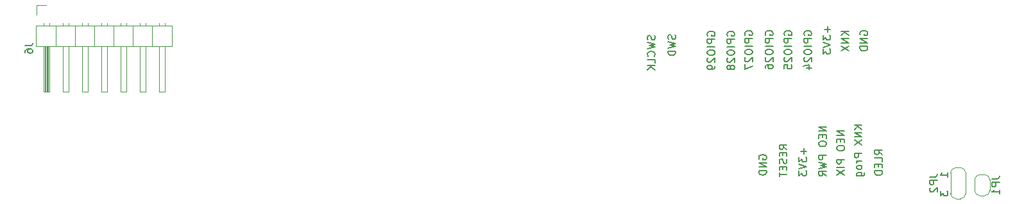
<source format=gbr>
%TF.GenerationSoftware,KiCad,Pcbnew,(6.0.8-1)-1*%
%TF.CreationDate,2022-11-21T09:11:56+01:00*%
%TF.ProjectId,KNXCurrent,4b4e5843-7572-4726-956e-742e6b696361,rev?*%
%TF.SameCoordinates,Original*%
%TF.FileFunction,Legend,Bot*%
%TF.FilePolarity,Positive*%
%FSLAX46Y46*%
G04 Gerber Fmt 4.6, Leading zero omitted, Abs format (unit mm)*
G04 Created by KiCad (PCBNEW (6.0.8-1)-1) date 2022-11-21 09:11:56*
%MOMM*%
%LPD*%
G01*
G04 APERTURE LIST*
G04 Aperture macros list*
%AMFreePoly0*
4,1,20,0.000000,0.744959,0.073905,0.744508,0.209726,0.703889,0.328688,0.626782,0.421226,0.519385,0.479903,0.390333,0.500000,0.250000,0.500000,-0.250000,0.499851,-0.262216,0.476331,-0.402017,0.414519,-0.529596,0.319384,-0.634700,0.198574,-0.708877,0.061801,-0.746166,0.000000,-0.745033,0.000000,-0.750000,-0.550000,-0.750000,-0.550000,0.750000,0.000000,0.750000,0.000000,0.744959,
0.000000,0.744959,$1*%
%AMFreePoly1*
4,1,22,0.550000,-0.750000,0.000000,-0.750000,0.000000,-0.745033,-0.079941,-0.743568,-0.215256,-0.701293,-0.333266,-0.622738,-0.424486,-0.514219,-0.481581,-0.384460,-0.499164,-0.250000,-0.500000,-0.250000,-0.500000,0.250000,-0.499164,0.250000,-0.499963,0.256109,-0.478152,0.396186,-0.417904,0.524511,-0.324060,0.630769,-0.204165,0.706417,-0.067858,0.745374,0.000000,0.744959,0.000000,0.750000,
0.550000,0.750000,0.550000,-0.750000,0.550000,-0.750000,$1*%
%AMFreePoly2*
4,1,20,0.000000,0.744959,0.073905,0.744508,0.209726,0.703889,0.328688,0.626782,0.421226,0.519385,0.479903,0.390333,0.500000,0.250000,0.500000,-0.250000,0.499851,-0.262216,0.476331,-0.402017,0.414519,-0.529596,0.319384,-0.634700,0.198574,-0.708877,0.061801,-0.746166,0.000000,-0.745033,0.000000,-0.750000,-0.500000,-0.750000,-0.500000,0.750000,0.000000,0.750000,0.000000,0.744959,
0.000000,0.744959,$1*%
%AMFreePoly3*
4,1,22,0.500000,-0.750000,0.000000,-0.750000,0.000000,-0.745033,-0.079941,-0.743568,-0.215256,-0.701293,-0.333266,-0.622738,-0.424486,-0.514219,-0.481581,-0.384460,-0.499164,-0.250000,-0.500000,-0.250000,-0.500000,0.250000,-0.499164,0.250000,-0.499963,0.256109,-0.478152,0.396186,-0.417904,0.524511,-0.324060,0.630769,-0.204165,0.706417,-0.067858,0.745374,0.000000,0.744959,0.000000,0.750000,
0.500000,0.750000,0.500000,-0.750000,0.500000,-0.750000,$1*%
G04 Aperture macros list end*
%ADD10C,0.150000*%
%ADD11C,0.120000*%
%ADD12O,1.700000X1.700000*%
%ADD13R,1.700000X1.700000*%
%ADD14C,2.500000*%
%ADD15O,3.960000X1.980000*%
%ADD16R,3.960000X1.980000*%
%ADD17C,1.450000*%
%ADD18O,1.200000X1.900000*%
%ADD19FreePoly0,270.000000*%
%ADD20R,1.500000X1.000000*%
%ADD21FreePoly1,270.000000*%
%ADD22FreePoly2,90.000000*%
%ADD23FreePoly3,90.000000*%
G04 APERTURE END LIST*
D10*
X183200000Y-112838095D02*
X183152380Y-112742857D01*
X183152380Y-112600000D01*
X183200000Y-112457142D01*
X183295238Y-112361904D01*
X183390476Y-112314285D01*
X183580952Y-112266666D01*
X183723809Y-112266666D01*
X183914285Y-112314285D01*
X184009523Y-112361904D01*
X184104761Y-112457142D01*
X184152380Y-112600000D01*
X184152380Y-112695238D01*
X184104761Y-112838095D01*
X184057142Y-112885714D01*
X183723809Y-112885714D01*
X183723809Y-112695238D01*
X184152380Y-113314285D02*
X183152380Y-113314285D01*
X184152380Y-113885714D01*
X183152380Y-113885714D01*
X184152380Y-114361904D02*
X183152380Y-114361904D01*
X183152380Y-114600000D01*
X183200000Y-114742857D01*
X183295238Y-114838095D01*
X183390476Y-114885714D01*
X183580952Y-114933333D01*
X183723809Y-114933333D01*
X183914285Y-114885714D01*
X184009523Y-114838095D01*
X184104761Y-114742857D01*
X184152380Y-114600000D01*
X184152380Y-114361904D01*
X186852380Y-111547619D02*
X186376190Y-111214285D01*
X186852380Y-110976190D02*
X185852380Y-110976190D01*
X185852380Y-111357142D01*
X185900000Y-111452380D01*
X185947619Y-111500000D01*
X186042857Y-111547619D01*
X186185714Y-111547619D01*
X186280952Y-111500000D01*
X186328571Y-111452380D01*
X186376190Y-111357142D01*
X186376190Y-110976190D01*
X186328571Y-111976190D02*
X186328571Y-112309523D01*
X186852380Y-112452380D02*
X186852380Y-111976190D01*
X185852380Y-111976190D01*
X185852380Y-112452380D01*
X186804761Y-112833333D02*
X186852380Y-112976190D01*
X186852380Y-113214285D01*
X186804761Y-113309523D01*
X186757142Y-113357142D01*
X186661904Y-113404761D01*
X186566666Y-113404761D01*
X186471428Y-113357142D01*
X186423809Y-113309523D01*
X186376190Y-113214285D01*
X186328571Y-113023809D01*
X186280952Y-112928571D01*
X186233333Y-112880952D01*
X186138095Y-112833333D01*
X186042857Y-112833333D01*
X185947619Y-112880952D01*
X185900000Y-112928571D01*
X185852380Y-113023809D01*
X185852380Y-113261904D01*
X185900000Y-113404761D01*
X186328571Y-113833333D02*
X186328571Y-114166666D01*
X186852380Y-114309523D02*
X186852380Y-113833333D01*
X185852380Y-113833333D01*
X185852380Y-114309523D01*
X185852380Y-114595238D02*
X185852380Y-115166666D01*
X186852380Y-114880952D02*
X185852380Y-114880952D01*
X189071428Y-111438095D02*
X189071428Y-112200000D01*
X189452380Y-111819047D02*
X188690476Y-111819047D01*
X188452380Y-112580952D02*
X188452380Y-113200000D01*
X188833333Y-112866666D01*
X188833333Y-113009523D01*
X188880952Y-113104761D01*
X188928571Y-113152380D01*
X189023809Y-113200000D01*
X189261904Y-113200000D01*
X189357142Y-113152380D01*
X189404761Y-113104761D01*
X189452380Y-113009523D01*
X189452380Y-112723809D01*
X189404761Y-112628571D01*
X189357142Y-112580952D01*
X188452380Y-113485714D02*
X189452380Y-113819047D01*
X188452380Y-114152380D01*
X188452380Y-114390476D02*
X188452380Y-115009523D01*
X188833333Y-114676190D01*
X188833333Y-114819047D01*
X188880952Y-114914285D01*
X188928571Y-114961904D01*
X189023809Y-115009523D01*
X189261904Y-115009523D01*
X189357142Y-114961904D01*
X189404761Y-114914285D01*
X189452380Y-114819047D01*
X189452380Y-114533333D01*
X189404761Y-114438095D01*
X189357142Y-114390476D01*
X192052380Y-108585714D02*
X191052380Y-108585714D01*
X192052380Y-109157142D01*
X191052380Y-109157142D01*
X191528571Y-109633333D02*
X191528571Y-109966666D01*
X192052380Y-110109523D02*
X192052380Y-109633333D01*
X191052380Y-109633333D01*
X191052380Y-110109523D01*
X191052380Y-110728571D02*
X191052380Y-110919047D01*
X191100000Y-111014285D01*
X191195238Y-111109523D01*
X191385714Y-111157142D01*
X191719047Y-111157142D01*
X191909523Y-111109523D01*
X192004761Y-111014285D01*
X192052380Y-110919047D01*
X192052380Y-110728571D01*
X192004761Y-110633333D01*
X191909523Y-110538095D01*
X191719047Y-110490476D01*
X191385714Y-110490476D01*
X191195238Y-110538095D01*
X191100000Y-110633333D01*
X191052380Y-110728571D01*
X192052380Y-112347619D02*
X191052380Y-112347619D01*
X191052380Y-112728571D01*
X191100000Y-112823809D01*
X191147619Y-112871428D01*
X191242857Y-112919047D01*
X191385714Y-112919047D01*
X191480952Y-112871428D01*
X191528571Y-112823809D01*
X191576190Y-112728571D01*
X191576190Y-112347619D01*
X191052380Y-113252380D02*
X192052380Y-113490476D01*
X191338095Y-113680952D01*
X192052380Y-113871428D01*
X191052380Y-114109523D01*
X192052380Y-115061904D02*
X191576190Y-114728571D01*
X192052380Y-114490476D02*
X191052380Y-114490476D01*
X191052380Y-114871428D01*
X191100000Y-114966666D01*
X191147619Y-115014285D01*
X191242857Y-115061904D01*
X191385714Y-115061904D01*
X191480952Y-115014285D01*
X191528571Y-114966666D01*
X191576190Y-114871428D01*
X191576190Y-114490476D01*
X194452380Y-109142857D02*
X193452380Y-109142857D01*
X194452380Y-109714285D01*
X193452380Y-109714285D01*
X193928571Y-110190476D02*
X193928571Y-110523809D01*
X194452380Y-110666666D02*
X194452380Y-110190476D01*
X193452380Y-110190476D01*
X193452380Y-110666666D01*
X193452380Y-111285714D02*
X193452380Y-111476190D01*
X193500000Y-111571428D01*
X193595238Y-111666666D01*
X193785714Y-111714285D01*
X194119047Y-111714285D01*
X194309523Y-111666666D01*
X194404761Y-111571428D01*
X194452380Y-111476190D01*
X194452380Y-111285714D01*
X194404761Y-111190476D01*
X194309523Y-111095238D01*
X194119047Y-111047619D01*
X193785714Y-111047619D01*
X193595238Y-111095238D01*
X193500000Y-111190476D01*
X193452380Y-111285714D01*
X194452380Y-112904761D02*
X193452380Y-112904761D01*
X193452380Y-113285714D01*
X193500000Y-113380952D01*
X193547619Y-113428571D01*
X193642857Y-113476190D01*
X193785714Y-113476190D01*
X193880952Y-113428571D01*
X193928571Y-113380952D01*
X193976190Y-113285714D01*
X193976190Y-112904761D01*
X194452380Y-113904761D02*
X193452380Y-113904761D01*
X193452380Y-114285714D02*
X194452380Y-114952380D01*
X193452380Y-114952380D02*
X194452380Y-114285714D01*
X196752380Y-108342857D02*
X195752380Y-108342857D01*
X196752380Y-108914285D02*
X196180952Y-108485714D01*
X195752380Y-108914285D02*
X196323809Y-108342857D01*
X196752380Y-109342857D02*
X195752380Y-109342857D01*
X196752380Y-109914285D01*
X195752380Y-109914285D01*
X195752380Y-110295238D02*
X196752380Y-110961904D01*
X195752380Y-110961904D02*
X196752380Y-110295238D01*
X196752380Y-112104761D02*
X195752380Y-112104761D01*
X195752380Y-112485714D01*
X195800000Y-112580952D01*
X195847619Y-112628571D01*
X195942857Y-112676190D01*
X196085714Y-112676190D01*
X196180952Y-112628571D01*
X196228571Y-112580952D01*
X196276190Y-112485714D01*
X196276190Y-112104761D01*
X196752380Y-113104761D02*
X196085714Y-113104761D01*
X196276190Y-113104761D02*
X196180952Y-113152380D01*
X196133333Y-113200000D01*
X196085714Y-113295238D01*
X196085714Y-113390476D01*
X196752380Y-113866666D02*
X196704761Y-113771428D01*
X196657142Y-113723809D01*
X196561904Y-113676190D01*
X196276190Y-113676190D01*
X196180952Y-113723809D01*
X196133333Y-113771428D01*
X196085714Y-113866666D01*
X196085714Y-114009523D01*
X196133333Y-114104761D01*
X196180952Y-114152380D01*
X196276190Y-114200000D01*
X196561904Y-114200000D01*
X196657142Y-114152380D01*
X196704761Y-114104761D01*
X196752380Y-114009523D01*
X196752380Y-113866666D01*
X196085714Y-115057142D02*
X196895238Y-115057142D01*
X196990476Y-115009523D01*
X197038095Y-114961904D01*
X197085714Y-114866666D01*
X197085714Y-114723809D01*
X197038095Y-114628571D01*
X196704761Y-115057142D02*
X196752380Y-114961904D01*
X196752380Y-114771428D01*
X196704761Y-114676190D01*
X196657142Y-114628571D01*
X196561904Y-114580952D01*
X196276190Y-114580952D01*
X196180952Y-114628571D01*
X196133333Y-114676190D01*
X196085714Y-114771428D01*
X196085714Y-114961904D01*
X196133333Y-115057142D01*
X199452380Y-112252380D02*
X198976190Y-111919047D01*
X199452380Y-111680952D02*
X198452380Y-111680952D01*
X198452380Y-112061904D01*
X198500000Y-112157142D01*
X198547619Y-112204761D01*
X198642857Y-112252380D01*
X198785714Y-112252380D01*
X198880952Y-112204761D01*
X198928571Y-112157142D01*
X198976190Y-112061904D01*
X198976190Y-111680952D01*
X199452380Y-113157142D02*
X199452380Y-112680952D01*
X198452380Y-112680952D01*
X198928571Y-113490476D02*
X198928571Y-113823809D01*
X199452380Y-113966666D02*
X199452380Y-113490476D01*
X198452380Y-113490476D01*
X198452380Y-113966666D01*
X199452380Y-114395238D02*
X198452380Y-114395238D01*
X198452380Y-114633333D01*
X198500000Y-114776190D01*
X198595238Y-114871428D01*
X198690476Y-114919047D01*
X198880952Y-114966666D01*
X199023809Y-114966666D01*
X199214285Y-114919047D01*
X199309523Y-114871428D01*
X199404761Y-114776190D01*
X199452380Y-114633333D01*
X199452380Y-114395238D01*
X169404761Y-96538095D02*
X169452380Y-96680952D01*
X169452380Y-96919047D01*
X169404761Y-97014285D01*
X169357142Y-97061904D01*
X169261904Y-97109523D01*
X169166666Y-97109523D01*
X169071428Y-97061904D01*
X169023809Y-97014285D01*
X168976190Y-96919047D01*
X168928571Y-96728571D01*
X168880952Y-96633333D01*
X168833333Y-96585714D01*
X168738095Y-96538095D01*
X168642857Y-96538095D01*
X168547619Y-96585714D01*
X168500000Y-96633333D01*
X168452380Y-96728571D01*
X168452380Y-96966666D01*
X168500000Y-97109523D01*
X168452380Y-97442857D02*
X169452380Y-97680952D01*
X168738095Y-97871428D01*
X169452380Y-98061904D01*
X168452380Y-98300000D01*
X169357142Y-99252380D02*
X169404761Y-99204761D01*
X169452380Y-99061904D01*
X169452380Y-98966666D01*
X169404761Y-98823809D01*
X169309523Y-98728571D01*
X169214285Y-98680952D01*
X169023809Y-98633333D01*
X168880952Y-98633333D01*
X168690476Y-98680952D01*
X168595238Y-98728571D01*
X168500000Y-98823809D01*
X168452380Y-98966666D01*
X168452380Y-99061904D01*
X168500000Y-99204761D01*
X168547619Y-99252380D01*
X169452380Y-100157142D02*
X169452380Y-99680952D01*
X168452380Y-99680952D01*
X169452380Y-100490476D02*
X168452380Y-100490476D01*
X169452380Y-101061904D02*
X168880952Y-100633333D01*
X168452380Y-101061904D02*
X169023809Y-100490476D01*
X172104761Y-96442857D02*
X172152380Y-96585714D01*
X172152380Y-96823809D01*
X172104761Y-96919047D01*
X172057142Y-96966666D01*
X171961904Y-97014285D01*
X171866666Y-97014285D01*
X171771428Y-96966666D01*
X171723809Y-96919047D01*
X171676190Y-96823809D01*
X171628571Y-96633333D01*
X171580952Y-96538095D01*
X171533333Y-96490476D01*
X171438095Y-96442857D01*
X171342857Y-96442857D01*
X171247619Y-96490476D01*
X171200000Y-96538095D01*
X171152380Y-96633333D01*
X171152380Y-96871428D01*
X171200000Y-97014285D01*
X171152380Y-97347619D02*
X172152380Y-97585714D01*
X171438095Y-97776190D01*
X172152380Y-97966666D01*
X171152380Y-98204761D01*
X172152380Y-98585714D02*
X171152380Y-98585714D01*
X171152380Y-98823809D01*
X171200000Y-98966666D01*
X171295238Y-99061904D01*
X171390476Y-99109523D01*
X171580952Y-99157142D01*
X171723809Y-99157142D01*
X171914285Y-99109523D01*
X172009523Y-99061904D01*
X172104761Y-98966666D01*
X172152380Y-98823809D01*
X172152380Y-98585714D01*
X176400000Y-96547619D02*
X176352380Y-96452380D01*
X176352380Y-96309523D01*
X176400000Y-96166666D01*
X176495238Y-96071428D01*
X176590476Y-96023809D01*
X176780952Y-95976190D01*
X176923809Y-95976190D01*
X177114285Y-96023809D01*
X177209523Y-96071428D01*
X177304761Y-96166666D01*
X177352380Y-96309523D01*
X177352380Y-96404761D01*
X177304761Y-96547619D01*
X177257142Y-96595238D01*
X176923809Y-96595238D01*
X176923809Y-96404761D01*
X177352380Y-97023809D02*
X176352380Y-97023809D01*
X176352380Y-97404761D01*
X176400000Y-97500000D01*
X176447619Y-97547619D01*
X176542857Y-97595238D01*
X176685714Y-97595238D01*
X176780952Y-97547619D01*
X176828571Y-97500000D01*
X176876190Y-97404761D01*
X176876190Y-97023809D01*
X177352380Y-98023809D02*
X176352380Y-98023809D01*
X176352380Y-98690476D02*
X176352380Y-98880952D01*
X176400000Y-98976190D01*
X176495238Y-99071428D01*
X176685714Y-99119047D01*
X177019047Y-99119047D01*
X177209523Y-99071428D01*
X177304761Y-98976190D01*
X177352380Y-98880952D01*
X177352380Y-98690476D01*
X177304761Y-98595238D01*
X177209523Y-98500000D01*
X177019047Y-98452380D01*
X176685714Y-98452380D01*
X176495238Y-98500000D01*
X176400000Y-98595238D01*
X176352380Y-98690476D01*
X176447619Y-99500000D02*
X176400000Y-99547619D01*
X176352380Y-99642857D01*
X176352380Y-99880952D01*
X176400000Y-99976190D01*
X176447619Y-100023809D01*
X176542857Y-100071428D01*
X176638095Y-100071428D01*
X176780952Y-100023809D01*
X177352380Y-99452380D01*
X177352380Y-100071428D01*
X177352380Y-100547619D02*
X177352380Y-100738095D01*
X177304761Y-100833333D01*
X177257142Y-100880952D01*
X177114285Y-100976190D01*
X176923809Y-101023809D01*
X176542857Y-101023809D01*
X176447619Y-100976190D01*
X176400000Y-100928571D01*
X176352380Y-100833333D01*
X176352380Y-100642857D01*
X176400000Y-100547619D01*
X176447619Y-100500000D01*
X176542857Y-100452380D01*
X176780952Y-100452380D01*
X176876190Y-100500000D01*
X176923809Y-100547619D01*
X176971428Y-100642857D01*
X176971428Y-100833333D01*
X176923809Y-100928571D01*
X176876190Y-100976190D01*
X176780952Y-101023809D01*
X179000000Y-96547619D02*
X178952380Y-96452380D01*
X178952380Y-96309523D01*
X179000000Y-96166666D01*
X179095238Y-96071428D01*
X179190476Y-96023809D01*
X179380952Y-95976190D01*
X179523809Y-95976190D01*
X179714285Y-96023809D01*
X179809523Y-96071428D01*
X179904761Y-96166666D01*
X179952380Y-96309523D01*
X179952380Y-96404761D01*
X179904761Y-96547619D01*
X179857142Y-96595238D01*
X179523809Y-96595238D01*
X179523809Y-96404761D01*
X179952380Y-97023809D02*
X178952380Y-97023809D01*
X178952380Y-97404761D01*
X179000000Y-97500000D01*
X179047619Y-97547619D01*
X179142857Y-97595238D01*
X179285714Y-97595238D01*
X179380952Y-97547619D01*
X179428571Y-97500000D01*
X179476190Y-97404761D01*
X179476190Y-97023809D01*
X179952380Y-98023809D02*
X178952380Y-98023809D01*
X178952380Y-98690476D02*
X178952380Y-98880952D01*
X179000000Y-98976190D01*
X179095238Y-99071428D01*
X179285714Y-99119047D01*
X179619047Y-99119047D01*
X179809523Y-99071428D01*
X179904761Y-98976190D01*
X179952380Y-98880952D01*
X179952380Y-98690476D01*
X179904761Y-98595238D01*
X179809523Y-98500000D01*
X179619047Y-98452380D01*
X179285714Y-98452380D01*
X179095238Y-98500000D01*
X179000000Y-98595238D01*
X178952380Y-98690476D01*
X179047619Y-99500000D02*
X179000000Y-99547619D01*
X178952380Y-99642857D01*
X178952380Y-99880952D01*
X179000000Y-99976190D01*
X179047619Y-100023809D01*
X179142857Y-100071428D01*
X179238095Y-100071428D01*
X179380952Y-100023809D01*
X179952380Y-99452380D01*
X179952380Y-100071428D01*
X179380952Y-100642857D02*
X179333333Y-100547619D01*
X179285714Y-100500000D01*
X179190476Y-100452380D01*
X179142857Y-100452380D01*
X179047619Y-100500000D01*
X179000000Y-100547619D01*
X178952380Y-100642857D01*
X178952380Y-100833333D01*
X179000000Y-100928571D01*
X179047619Y-100976190D01*
X179142857Y-101023809D01*
X179190476Y-101023809D01*
X179285714Y-100976190D01*
X179333333Y-100928571D01*
X179380952Y-100833333D01*
X179380952Y-100642857D01*
X179428571Y-100547619D01*
X179476190Y-100500000D01*
X179571428Y-100452380D01*
X179761904Y-100452380D01*
X179857142Y-100500000D01*
X179904761Y-100547619D01*
X179952380Y-100642857D01*
X179952380Y-100833333D01*
X179904761Y-100928571D01*
X179857142Y-100976190D01*
X179761904Y-101023809D01*
X179571428Y-101023809D01*
X179476190Y-100976190D01*
X179428571Y-100928571D01*
X179380952Y-100833333D01*
X181350000Y-96463075D02*
X181302380Y-96367836D01*
X181302380Y-96224979D01*
X181350000Y-96082122D01*
X181445238Y-95986884D01*
X181540476Y-95939265D01*
X181730952Y-95891646D01*
X181873809Y-95891646D01*
X182064285Y-95939265D01*
X182159523Y-95986884D01*
X182254761Y-96082122D01*
X182302380Y-96224979D01*
X182302380Y-96320217D01*
X182254761Y-96463075D01*
X182207142Y-96510694D01*
X181873809Y-96510694D01*
X181873809Y-96320217D01*
X182302380Y-96939265D02*
X181302380Y-96939265D01*
X181302380Y-97320217D01*
X181350000Y-97415456D01*
X181397619Y-97463075D01*
X181492857Y-97510694D01*
X181635714Y-97510694D01*
X181730952Y-97463075D01*
X181778571Y-97415456D01*
X181826190Y-97320217D01*
X181826190Y-96939265D01*
X182302380Y-97939265D02*
X181302380Y-97939265D01*
X181302380Y-98605932D02*
X181302380Y-98796408D01*
X181350000Y-98891646D01*
X181445238Y-98986884D01*
X181635714Y-99034503D01*
X181969047Y-99034503D01*
X182159523Y-98986884D01*
X182254761Y-98891646D01*
X182302380Y-98796408D01*
X182302380Y-98605932D01*
X182254761Y-98510694D01*
X182159523Y-98415456D01*
X181969047Y-98367836D01*
X181635714Y-98367836D01*
X181445238Y-98415456D01*
X181350000Y-98510694D01*
X181302380Y-98605932D01*
X181397619Y-99415456D02*
X181350000Y-99463075D01*
X181302380Y-99558313D01*
X181302380Y-99796408D01*
X181350000Y-99891646D01*
X181397619Y-99939265D01*
X181492857Y-99986884D01*
X181588095Y-99986884D01*
X181730952Y-99939265D01*
X182302380Y-99367836D01*
X182302380Y-99986884D01*
X181302380Y-100320217D02*
X181302380Y-100986884D01*
X182302380Y-100558313D01*
X192221428Y-95353551D02*
X192221428Y-96115456D01*
X192602380Y-95734503D02*
X191840476Y-95734503D01*
X191602380Y-96496408D02*
X191602380Y-97115456D01*
X191983333Y-96782122D01*
X191983333Y-96924979D01*
X192030952Y-97020217D01*
X192078571Y-97067836D01*
X192173809Y-97115456D01*
X192411904Y-97115456D01*
X192507142Y-97067836D01*
X192554761Y-97020217D01*
X192602380Y-96924979D01*
X192602380Y-96639265D01*
X192554761Y-96544027D01*
X192507142Y-96496408D01*
X191602380Y-97401170D02*
X192602380Y-97734503D01*
X191602380Y-98067836D01*
X191602380Y-98305932D02*
X191602380Y-98924979D01*
X191983333Y-98591646D01*
X191983333Y-98734503D01*
X192030952Y-98829741D01*
X192078571Y-98877360D01*
X192173809Y-98924979D01*
X192411904Y-98924979D01*
X192507142Y-98877360D01*
X192554761Y-98829741D01*
X192602380Y-98734503D01*
X192602380Y-98448789D01*
X192554761Y-98353551D01*
X192507142Y-98305932D01*
X189150000Y-96463075D02*
X189102380Y-96367836D01*
X189102380Y-96224979D01*
X189150000Y-96082122D01*
X189245238Y-95986884D01*
X189340476Y-95939265D01*
X189530952Y-95891646D01*
X189673809Y-95891646D01*
X189864285Y-95939265D01*
X189959523Y-95986884D01*
X190054761Y-96082122D01*
X190102380Y-96224979D01*
X190102380Y-96320217D01*
X190054761Y-96463075D01*
X190007142Y-96510694D01*
X189673809Y-96510694D01*
X189673809Y-96320217D01*
X190102380Y-96939265D02*
X189102380Y-96939265D01*
X189102380Y-97320217D01*
X189150000Y-97415456D01*
X189197619Y-97463075D01*
X189292857Y-97510694D01*
X189435714Y-97510694D01*
X189530952Y-97463075D01*
X189578571Y-97415456D01*
X189626190Y-97320217D01*
X189626190Y-96939265D01*
X190102380Y-97939265D02*
X189102380Y-97939265D01*
X189102380Y-98605932D02*
X189102380Y-98796408D01*
X189150000Y-98891646D01*
X189245238Y-98986884D01*
X189435714Y-99034503D01*
X189769047Y-99034503D01*
X189959523Y-98986884D01*
X190054761Y-98891646D01*
X190102380Y-98796408D01*
X190102380Y-98605932D01*
X190054761Y-98510694D01*
X189959523Y-98415456D01*
X189769047Y-98367836D01*
X189435714Y-98367836D01*
X189245238Y-98415456D01*
X189150000Y-98510694D01*
X189102380Y-98605932D01*
X189197619Y-99415456D02*
X189150000Y-99463075D01*
X189102380Y-99558313D01*
X189102380Y-99796408D01*
X189150000Y-99891646D01*
X189197619Y-99939265D01*
X189292857Y-99986884D01*
X189388095Y-99986884D01*
X189530952Y-99939265D01*
X190102380Y-99367836D01*
X190102380Y-99986884D01*
X189435714Y-100844027D02*
X190102380Y-100844027D01*
X189054761Y-100605932D02*
X189769047Y-100367836D01*
X189769047Y-100986884D01*
X195002380Y-95953551D02*
X194002380Y-95953551D01*
X195002380Y-96524979D02*
X194430952Y-96096408D01*
X194002380Y-96524979D02*
X194573809Y-95953551D01*
X195002380Y-96953551D02*
X194002380Y-96953551D01*
X195002380Y-97524979D01*
X194002380Y-97524979D01*
X194002380Y-97905932D02*
X195002380Y-98572598D01*
X194002380Y-98572598D02*
X195002380Y-97905932D01*
X184050000Y-96463075D02*
X184002380Y-96367836D01*
X184002380Y-96224979D01*
X184050000Y-96082122D01*
X184145238Y-95986884D01*
X184240476Y-95939265D01*
X184430952Y-95891646D01*
X184573809Y-95891646D01*
X184764285Y-95939265D01*
X184859523Y-95986884D01*
X184954761Y-96082122D01*
X185002380Y-96224979D01*
X185002380Y-96320217D01*
X184954761Y-96463075D01*
X184907142Y-96510694D01*
X184573809Y-96510694D01*
X184573809Y-96320217D01*
X185002380Y-96939265D02*
X184002380Y-96939265D01*
X184002380Y-97320217D01*
X184050000Y-97415456D01*
X184097619Y-97463075D01*
X184192857Y-97510694D01*
X184335714Y-97510694D01*
X184430952Y-97463075D01*
X184478571Y-97415456D01*
X184526190Y-97320217D01*
X184526190Y-96939265D01*
X185002380Y-97939265D02*
X184002380Y-97939265D01*
X184002380Y-98605932D02*
X184002380Y-98796408D01*
X184050000Y-98891646D01*
X184145238Y-98986884D01*
X184335714Y-99034503D01*
X184669047Y-99034503D01*
X184859523Y-98986884D01*
X184954761Y-98891646D01*
X185002380Y-98796408D01*
X185002380Y-98605932D01*
X184954761Y-98510694D01*
X184859523Y-98415456D01*
X184669047Y-98367836D01*
X184335714Y-98367836D01*
X184145238Y-98415456D01*
X184050000Y-98510694D01*
X184002380Y-98605932D01*
X184097619Y-99415456D02*
X184050000Y-99463075D01*
X184002380Y-99558313D01*
X184002380Y-99796408D01*
X184050000Y-99891646D01*
X184097619Y-99939265D01*
X184192857Y-99986884D01*
X184288095Y-99986884D01*
X184430952Y-99939265D01*
X185002380Y-99367836D01*
X185002380Y-99986884D01*
X184002380Y-100844027D02*
X184002380Y-100653551D01*
X184050000Y-100558313D01*
X184097619Y-100510694D01*
X184240476Y-100415456D01*
X184430952Y-100367836D01*
X184811904Y-100367836D01*
X184907142Y-100415456D01*
X184954761Y-100463075D01*
X185002380Y-100558313D01*
X185002380Y-100748789D01*
X184954761Y-100844027D01*
X184907142Y-100891646D01*
X184811904Y-100939265D01*
X184573809Y-100939265D01*
X184478571Y-100891646D01*
X184430952Y-100844027D01*
X184383333Y-100748789D01*
X184383333Y-100558313D01*
X184430952Y-100463075D01*
X184478571Y-100415456D01*
X184573809Y-100367836D01*
X196550000Y-96453551D02*
X196502380Y-96358313D01*
X196502380Y-96215456D01*
X196550000Y-96072598D01*
X196645238Y-95977360D01*
X196740476Y-95929741D01*
X196930952Y-95882122D01*
X197073809Y-95882122D01*
X197264285Y-95929741D01*
X197359523Y-95977360D01*
X197454761Y-96072598D01*
X197502380Y-96215456D01*
X197502380Y-96310694D01*
X197454761Y-96453551D01*
X197407142Y-96501170D01*
X197073809Y-96501170D01*
X197073809Y-96310694D01*
X197502380Y-96929741D02*
X196502380Y-96929741D01*
X197502380Y-97501170D01*
X196502380Y-97501170D01*
X197502380Y-97977360D02*
X196502380Y-97977360D01*
X196502380Y-98215456D01*
X196550000Y-98358313D01*
X196645238Y-98453551D01*
X196740476Y-98501170D01*
X196930952Y-98548789D01*
X197073809Y-98548789D01*
X197264285Y-98501170D01*
X197359523Y-98453551D01*
X197454761Y-98358313D01*
X197502380Y-98215456D01*
X197502380Y-97977360D01*
X186550000Y-96463075D02*
X186502380Y-96367836D01*
X186502380Y-96224979D01*
X186550000Y-96082122D01*
X186645238Y-95986884D01*
X186740476Y-95939265D01*
X186930952Y-95891646D01*
X187073809Y-95891646D01*
X187264285Y-95939265D01*
X187359523Y-95986884D01*
X187454761Y-96082122D01*
X187502380Y-96224979D01*
X187502380Y-96320217D01*
X187454761Y-96463075D01*
X187407142Y-96510694D01*
X187073809Y-96510694D01*
X187073809Y-96320217D01*
X187502380Y-96939265D02*
X186502380Y-96939265D01*
X186502380Y-97320217D01*
X186550000Y-97415456D01*
X186597619Y-97463075D01*
X186692857Y-97510694D01*
X186835714Y-97510694D01*
X186930952Y-97463075D01*
X186978571Y-97415456D01*
X187026190Y-97320217D01*
X187026190Y-96939265D01*
X187502380Y-97939265D02*
X186502380Y-97939265D01*
X186502380Y-98605932D02*
X186502380Y-98796408D01*
X186550000Y-98891646D01*
X186645238Y-98986884D01*
X186835714Y-99034503D01*
X187169047Y-99034503D01*
X187359523Y-98986884D01*
X187454761Y-98891646D01*
X187502380Y-98796408D01*
X187502380Y-98605932D01*
X187454761Y-98510694D01*
X187359523Y-98415456D01*
X187169047Y-98367836D01*
X186835714Y-98367836D01*
X186645238Y-98415456D01*
X186550000Y-98510694D01*
X186502380Y-98605932D01*
X186597619Y-99415456D02*
X186550000Y-99463075D01*
X186502380Y-99558313D01*
X186502380Y-99796408D01*
X186550000Y-99891646D01*
X186597619Y-99939265D01*
X186692857Y-99986884D01*
X186788095Y-99986884D01*
X186930952Y-99939265D01*
X187502380Y-99367836D01*
X187502380Y-99986884D01*
X186502380Y-100891646D02*
X186502380Y-100415456D01*
X186978571Y-100367836D01*
X186930952Y-100415456D01*
X186883333Y-100510694D01*
X186883333Y-100748789D01*
X186930952Y-100844027D01*
X186978571Y-100891646D01*
X187073809Y-100939265D01*
X187311904Y-100939265D01*
X187407142Y-100891646D01*
X187454761Y-100844027D01*
X187502380Y-100748789D01*
X187502380Y-100510694D01*
X187454761Y-100415456D01*
X187407142Y-100367836D01*
%TO.C,J6*%
X86307380Y-97872779D02*
X87021666Y-97872779D01*
X87164523Y-97825160D01*
X87259761Y-97729922D01*
X87307380Y-97587065D01*
X87307380Y-97491827D01*
X86307380Y-98777541D02*
X86307380Y-98587065D01*
X86355000Y-98491827D01*
X86402619Y-98444208D01*
X86545476Y-98348970D01*
X86735952Y-98301351D01*
X87116904Y-98301351D01*
X87212142Y-98348970D01*
X87259761Y-98396589D01*
X87307380Y-98491827D01*
X87307380Y-98682303D01*
X87259761Y-98777541D01*
X87212142Y-98825160D01*
X87116904Y-98872779D01*
X86878809Y-98872779D01*
X86783571Y-98825160D01*
X86735952Y-98777541D01*
X86688333Y-98682303D01*
X86688333Y-98491827D01*
X86735952Y-98396589D01*
X86783571Y-98348970D01*
X86878809Y-98301351D01*
%TO.C,JP2*%
X205702380Y-115182122D02*
X206416666Y-115182122D01*
X206559523Y-115134503D01*
X206654761Y-115039265D01*
X206702380Y-114896408D01*
X206702380Y-114801170D01*
X206702380Y-115658313D02*
X205702380Y-115658313D01*
X205702380Y-116039265D01*
X205750000Y-116134503D01*
X205797619Y-116182122D01*
X205892857Y-116229741D01*
X206035714Y-116229741D01*
X206130952Y-116182122D01*
X206178571Y-116134503D01*
X206226190Y-116039265D01*
X206226190Y-115658313D01*
X205797619Y-116610694D02*
X205750000Y-116658313D01*
X205702380Y-116753551D01*
X205702380Y-116991646D01*
X205750000Y-117086884D01*
X205797619Y-117134503D01*
X205892857Y-117182122D01*
X205988095Y-117182122D01*
X206130952Y-117134503D01*
X206702380Y-116563075D01*
X206702380Y-117182122D01*
X208102380Y-115201170D02*
X208102380Y-114629741D01*
X208102380Y-114915456D02*
X207102380Y-114915456D01*
X207245238Y-114820217D01*
X207340476Y-114724979D01*
X207388095Y-114629741D01*
X207102380Y-117082122D02*
X207102380Y-117701170D01*
X207483333Y-117367836D01*
X207483333Y-117510694D01*
X207530952Y-117605932D01*
X207578571Y-117653551D01*
X207673809Y-117701170D01*
X207911904Y-117701170D01*
X208007142Y-117653551D01*
X208054761Y-117605932D01*
X208102380Y-117510694D01*
X208102380Y-117224979D01*
X208054761Y-117129741D01*
X208007142Y-117082122D01*
%TO.C,JP1*%
X213883580Y-115442124D02*
X214597866Y-115442124D01*
X214740723Y-115394505D01*
X214835961Y-115299267D01*
X214883580Y-115156410D01*
X214883580Y-115061172D01*
X214883580Y-115918315D02*
X213883580Y-115918315D01*
X213883580Y-116299267D01*
X213931200Y-116394505D01*
X213978819Y-116442124D01*
X214074057Y-116489743D01*
X214216914Y-116489743D01*
X214312152Y-116442124D01*
X214359771Y-116394505D01*
X214407390Y-116299267D01*
X214407390Y-115918315D01*
X214883580Y-117442124D02*
X214883580Y-116870696D01*
X214883580Y-117156410D02*
X213883580Y-117156410D01*
X214026438Y-117061172D01*
X214121676Y-116965934D01*
X214169295Y-116870696D01*
D11*
%TO.C,J6*%
X89405000Y-97921113D02*
X89405000Y-103921113D01*
X92045000Y-94864042D02*
X92045000Y-95261113D01*
X101445000Y-97921113D02*
X101445000Y-103921113D01*
X88745000Y-97921113D02*
X88745000Y-103921113D01*
X95475000Y-95261113D02*
X95475000Y-97921113D01*
X88925000Y-97921113D02*
X88925000Y-103921113D01*
X88745000Y-94931113D02*
X88745000Y-95261113D01*
X104745000Y-94864042D02*
X104745000Y-95261113D01*
X87795000Y-97921113D02*
X87795000Y-95261113D01*
X105695000Y-97921113D02*
X87795000Y-97921113D01*
X99665000Y-94864042D02*
X99665000Y-95261113D01*
X101445000Y-94864042D02*
X101445000Y-95261113D01*
X89285000Y-97921113D02*
X89285000Y-103921113D01*
X105695000Y-95261113D02*
X105695000Y-97921113D01*
X102205000Y-103921113D02*
X102205000Y-97921113D01*
X94585000Y-103921113D02*
X94585000Y-97921113D01*
X91285000Y-94864042D02*
X91285000Y-95261113D01*
X89505000Y-103921113D02*
X89505000Y-97921113D01*
X87795000Y-95261113D02*
X105695000Y-95261113D01*
X92045000Y-103921113D02*
X92045000Y-97921113D01*
X90395000Y-95261113D02*
X90395000Y-97921113D01*
X89045000Y-97921113D02*
X89045000Y-103921113D01*
X97125000Y-94864042D02*
X97125000Y-95261113D01*
X93825000Y-97921113D02*
X93825000Y-103921113D01*
X96365000Y-97921113D02*
X96365000Y-103921113D01*
X103985000Y-97921113D02*
X103985000Y-103921113D01*
X96365000Y-94864042D02*
X96365000Y-95261113D01*
X102205000Y-94864042D02*
X102205000Y-95261113D01*
X88745000Y-103921113D02*
X89505000Y-103921113D01*
X97125000Y-103921113D02*
X97125000Y-97921113D01*
X98905000Y-103921113D02*
X99665000Y-103921113D01*
X103985000Y-103921113D02*
X104745000Y-103921113D01*
X101445000Y-103921113D02*
X102205000Y-103921113D01*
X93825000Y-103921113D02*
X94585000Y-103921113D01*
X89125000Y-92551113D02*
X87855000Y-92551113D01*
X94585000Y-94864042D02*
X94585000Y-95261113D01*
X103095000Y-95261113D02*
X103095000Y-97921113D01*
X103985000Y-94864042D02*
X103985000Y-95261113D01*
X104745000Y-103921113D02*
X104745000Y-97921113D01*
X98905000Y-97921113D02*
X98905000Y-103921113D01*
X96365000Y-103921113D02*
X97125000Y-103921113D01*
X100555000Y-95261113D02*
X100555000Y-97921113D01*
X88805000Y-97921113D02*
X88805000Y-103921113D01*
X91285000Y-103921113D02*
X92045000Y-103921113D01*
X99665000Y-103921113D02*
X99665000Y-97921113D01*
X87855000Y-92551113D02*
X87855000Y-93821113D01*
X89505000Y-94931113D02*
X89505000Y-95261113D01*
X98015000Y-95261113D02*
X98015000Y-97921113D01*
X93825000Y-94864042D02*
X93825000Y-95261113D01*
X98905000Y-94864042D02*
X98905000Y-95261113D01*
X92935000Y-95261113D02*
X92935000Y-97921113D01*
X91285000Y-97921113D02*
X91285000Y-103921113D01*
X89165000Y-97921113D02*
X89165000Y-103921113D01*
%TO.C,JP2*%
X209150000Y-113965456D02*
G75*
G03*
X208450000Y-114665456I-1J-699999D01*
G01*
X209750000Y-118065456D02*
G75*
G03*
X210450000Y-117365456I0J700000D01*
G01*
X210450000Y-114665456D02*
G75*
G03*
X209750000Y-113965456I-699999J1D01*
G01*
X208450000Y-117365456D02*
G75*
G03*
X209150000Y-118065456I700000J0D01*
G01*
X210450000Y-117415456D02*
X210450000Y-114615456D01*
X208450000Y-114615456D02*
X208450000Y-117415456D01*
X209750000Y-113965456D02*
X209150000Y-113965456D01*
X209150000Y-118065456D02*
X209750000Y-118065456D01*
%TO.C,JP1*%
X211631200Y-116975458D02*
G75*
G03*
X212331200Y-117675458I699999J-1D01*
G01*
X212331200Y-114875458D02*
G75*
G03*
X211631200Y-115575458I0J-700000D01*
G01*
X213631200Y-115575458D02*
G75*
G03*
X212931200Y-114875458I-700000J0D01*
G01*
X212931200Y-117675458D02*
G75*
G03*
X213631200Y-116975458I1J699999D01*
G01*
X211631200Y-115575458D02*
X211631200Y-116975458D01*
X212931200Y-114875458D02*
X212331200Y-114875458D01*
X212331200Y-117675458D02*
X212931200Y-117675458D01*
X213631200Y-116975458D02*
X213631200Y-115575458D01*
%TD*%
%LPC*%
D12*
%TO.C,J8*%
X171590000Y-95015456D03*
D13*
X169050000Y-95015456D03*
%TD*%
D12*
%TO.C,J5*%
X127415000Y-116693000D03*
X124875000Y-116693000D03*
X122335000Y-116693000D03*
X119795000Y-116693000D03*
X117255000Y-116693000D03*
X114715000Y-116693000D03*
D13*
X112175000Y-116693000D03*
%TD*%
D12*
%TO.C,J7*%
X183810000Y-116554458D03*
X186350000Y-116554458D03*
X188890000Y-116554458D03*
X191430000Y-116554458D03*
X193970000Y-116554458D03*
X196510000Y-116554458D03*
D13*
X199050000Y-116554458D03*
%TD*%
D14*
%TO.C,J2*%
X82200000Y-107843000D03*
X82200000Y-113593000D03*
%TD*%
D15*
%TO.C,J3*%
X157400000Y-108858000D03*
D16*
X157400000Y-113858000D03*
%TD*%
D12*
%TO.C,J1*%
X197160000Y-94400000D03*
X194620000Y-94400000D03*
X192080000Y-94400000D03*
X189540000Y-94400000D03*
X187000000Y-94400000D03*
X184460000Y-94400000D03*
X181920000Y-94400000D03*
X179380000Y-94400000D03*
D13*
X176840000Y-94400000D03*
%TD*%
D17*
%TO.C,J4*%
X165350000Y-113352956D03*
D18*
X171350000Y-116052956D03*
D17*
X170350000Y-113352956D03*
D18*
X164350000Y-116052956D03*
%TD*%
D12*
%TO.C,J6*%
X104365000Y-93821113D03*
X101825000Y-93821113D03*
X99285000Y-93821113D03*
X96745000Y-93821113D03*
X94205000Y-93821113D03*
X91665000Y-93821113D03*
D13*
X89125000Y-93821113D03*
%TD*%
D19*
%TO.C,JP2*%
X209450000Y-117315456D03*
D20*
X209450000Y-116015456D03*
D21*
X209450000Y-114715456D03*
%TD*%
D22*
%TO.C,JP1*%
X212631200Y-115625458D03*
D23*
X212631200Y-116925458D03*
%TD*%
M02*

</source>
